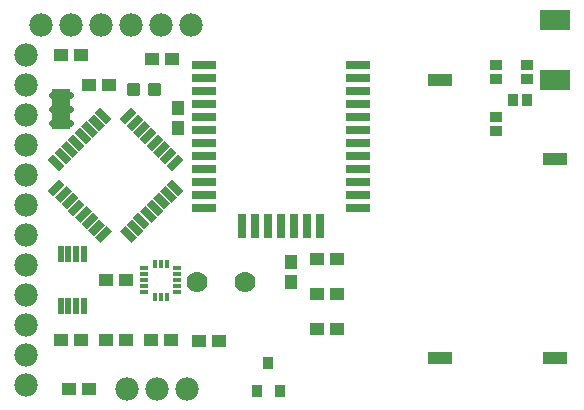
<source format=gts>
G75*
%MOIN*%
%OFA0B0*%
%FSLAX25Y25*%
%IPPOS*%
%LPD*%
%AMOC8*
5,1,8,0,0,1.08239X$1,22.5*
%
%ADD10R,0.04731X0.04337*%
%ADD11C,0.01301*%
%ADD12C,0.07800*%
%ADD13R,0.04337X0.04731*%
%ADD14R,0.05400X0.02600*%
%ADD15R,0.02600X0.05400*%
%ADD16R,0.03156X0.01502*%
%ADD17R,0.01502X0.03156*%
%ADD18C,0.02172*%
%ADD19R,0.06040X0.13760*%
%ADD20R,0.08274X0.03156*%
%ADD21R,0.03156X0.08274*%
%ADD22R,0.03746X0.03943*%
%ADD23R,0.03943X0.03746*%
%ADD24C,0.07000*%
%ADD25R,0.03550X0.04337*%
%ADD26R,0.08077X0.04337*%
%ADD27R,0.10243X0.06699*%
%ADD28R,0.02000X0.05800*%
D10*
X0024627Y0010158D03*
X0031320Y0010158D03*
X0028406Y0026300D03*
X0021714Y0026300D03*
X0036714Y0026300D03*
X0043406Y0026300D03*
X0051714Y0026300D03*
X0058406Y0026300D03*
X0067934Y0025906D03*
X0074627Y0025906D03*
X0107304Y0029843D03*
X0113997Y0029843D03*
X0113997Y0041654D03*
X0107304Y0041654D03*
X0107304Y0053465D03*
X0113997Y0053465D03*
X0043406Y0046300D03*
X0036714Y0046300D03*
X0037895Y0111300D03*
X0031202Y0111300D03*
X0028406Y0121300D03*
X0021714Y0121300D03*
X0052186Y0120001D03*
X0058879Y0120001D03*
D11*
X0051444Y0111401D02*
X0051444Y0108365D01*
X0051444Y0111401D02*
X0054480Y0111401D01*
X0054480Y0108365D01*
X0051444Y0108365D01*
X0051444Y0109665D02*
X0054480Y0109665D01*
X0054480Y0110965D02*
X0051444Y0110965D01*
X0044538Y0111401D02*
X0044538Y0108365D01*
X0044538Y0111401D02*
X0047574Y0111401D01*
X0047574Y0108365D01*
X0044538Y0108365D01*
X0044538Y0109665D02*
X0047574Y0109665D01*
X0047574Y0110965D02*
X0044538Y0110965D01*
D12*
X0010060Y0011300D03*
X0010060Y0021300D03*
X0010060Y0031300D03*
X0010060Y0041300D03*
X0010060Y0051300D03*
X0010060Y0061300D03*
X0010060Y0071300D03*
X0010060Y0081300D03*
X0010060Y0091300D03*
X0010060Y0101300D03*
X0010060Y0111300D03*
X0010060Y0121300D03*
X0015060Y0131300D03*
X0025060Y0131300D03*
X0035060Y0131300D03*
X0045060Y0131300D03*
X0055060Y0131300D03*
X0065060Y0131300D03*
X0063721Y0010158D03*
X0053721Y0010158D03*
X0043721Y0010158D03*
D13*
X0098446Y0045788D03*
X0098446Y0052481D03*
X0060690Y0096891D03*
X0060690Y0103583D03*
D14*
G36*
X0036894Y0098217D02*
X0033077Y0102034D01*
X0034916Y0103873D01*
X0038733Y0100056D01*
X0036894Y0098217D01*
G37*
G36*
X0034667Y0095990D02*
X0030850Y0099807D01*
X0032689Y0101646D01*
X0036506Y0097829D01*
X0034667Y0095990D01*
G37*
G36*
X0032440Y0093763D02*
X0028623Y0097580D01*
X0030462Y0099419D01*
X0034279Y0095602D01*
X0032440Y0093763D01*
G37*
G36*
X0030212Y0091536D02*
X0026395Y0095353D01*
X0028234Y0097192D01*
X0032051Y0093375D01*
X0030212Y0091536D01*
G37*
G36*
X0027985Y0089309D02*
X0024168Y0093126D01*
X0026007Y0094965D01*
X0029824Y0091148D01*
X0027985Y0089309D01*
G37*
G36*
X0025758Y0087081D02*
X0021941Y0090898D01*
X0023780Y0092737D01*
X0027597Y0088920D01*
X0025758Y0087081D01*
G37*
G36*
X0023531Y0084854D02*
X0019714Y0088671D01*
X0021553Y0090510D01*
X0025370Y0086693D01*
X0023531Y0084854D01*
G37*
G36*
X0021304Y0082627D02*
X0017487Y0086444D01*
X0019326Y0088283D01*
X0023143Y0084466D01*
X0021304Y0082627D01*
G37*
G36*
X0047431Y0060954D02*
X0043614Y0064771D01*
X0045453Y0066610D01*
X0049270Y0062793D01*
X0047431Y0060954D01*
G37*
G36*
X0045204Y0058727D02*
X0041387Y0062544D01*
X0043226Y0064383D01*
X0047043Y0060566D01*
X0045204Y0058727D01*
G37*
G36*
X0049658Y0063181D02*
X0045841Y0066998D01*
X0047680Y0068837D01*
X0051497Y0065020D01*
X0049658Y0063181D01*
G37*
G36*
X0051886Y0065408D02*
X0048069Y0069225D01*
X0049908Y0071064D01*
X0053725Y0067247D01*
X0051886Y0065408D01*
G37*
G36*
X0054113Y0067635D02*
X0050296Y0071452D01*
X0052135Y0073291D01*
X0055952Y0069474D01*
X0054113Y0067635D01*
G37*
G36*
X0056340Y0069863D02*
X0052523Y0073680D01*
X0054362Y0075519D01*
X0058179Y0071702D01*
X0056340Y0069863D01*
G37*
G36*
X0058567Y0072090D02*
X0054750Y0075907D01*
X0056589Y0077746D01*
X0060406Y0073929D01*
X0058567Y0072090D01*
G37*
G36*
X0060794Y0074317D02*
X0056977Y0078134D01*
X0058816Y0079973D01*
X0062633Y0076156D01*
X0060794Y0074317D01*
G37*
D15*
G36*
X0058816Y0082627D02*
X0056977Y0084466D01*
X0060794Y0088283D01*
X0062633Y0086444D01*
X0058816Y0082627D01*
G37*
G36*
X0056589Y0084854D02*
X0054750Y0086693D01*
X0058567Y0090510D01*
X0060406Y0088671D01*
X0056589Y0084854D01*
G37*
G36*
X0054362Y0087081D02*
X0052523Y0088920D01*
X0056340Y0092737D01*
X0058179Y0090898D01*
X0054362Y0087081D01*
G37*
G36*
X0052135Y0089309D02*
X0050296Y0091148D01*
X0054113Y0094965D01*
X0055952Y0093126D01*
X0052135Y0089309D01*
G37*
G36*
X0049908Y0091536D02*
X0048069Y0093375D01*
X0051886Y0097192D01*
X0053725Y0095353D01*
X0049908Y0091536D01*
G37*
G36*
X0047680Y0093763D02*
X0045841Y0095602D01*
X0049658Y0099419D01*
X0051497Y0097580D01*
X0047680Y0093763D01*
G37*
G36*
X0045453Y0095990D02*
X0043614Y0097829D01*
X0047431Y0101646D01*
X0049270Y0099807D01*
X0045453Y0095990D01*
G37*
G36*
X0043226Y0098217D02*
X0041387Y0100056D01*
X0045204Y0103873D01*
X0047043Y0102034D01*
X0043226Y0098217D01*
G37*
G36*
X0019326Y0074317D02*
X0017487Y0076156D01*
X0021304Y0079973D01*
X0023143Y0078134D01*
X0019326Y0074317D01*
G37*
G36*
X0021553Y0072090D02*
X0019714Y0073929D01*
X0023531Y0077746D01*
X0025370Y0075907D01*
X0021553Y0072090D01*
G37*
G36*
X0023780Y0069863D02*
X0021941Y0071702D01*
X0025758Y0075519D01*
X0027597Y0073680D01*
X0023780Y0069863D01*
G37*
G36*
X0026007Y0067635D02*
X0024168Y0069474D01*
X0027985Y0073291D01*
X0029824Y0071452D01*
X0026007Y0067635D01*
G37*
G36*
X0028234Y0065408D02*
X0026395Y0067247D01*
X0030212Y0071064D01*
X0032051Y0069225D01*
X0028234Y0065408D01*
G37*
G36*
X0030462Y0063181D02*
X0028623Y0065020D01*
X0032440Y0068837D01*
X0034279Y0066998D01*
X0030462Y0063181D01*
G37*
G36*
X0032689Y0060954D02*
X0030850Y0062793D01*
X0034667Y0066610D01*
X0036506Y0064771D01*
X0032689Y0060954D01*
G37*
G36*
X0034916Y0058727D02*
X0033077Y0060566D01*
X0036894Y0064383D01*
X0038733Y0062544D01*
X0034916Y0058727D01*
G37*
D16*
X0049548Y0050237D03*
X0049548Y0048269D03*
X0049548Y0046300D03*
X0049548Y0044331D03*
X0049548Y0042363D03*
X0060572Y0042363D03*
X0060572Y0044331D03*
X0060572Y0046300D03*
X0060572Y0048269D03*
X0060572Y0050237D03*
D17*
X0057028Y0051812D03*
X0055060Y0051812D03*
X0053091Y0051812D03*
X0053091Y0040788D03*
X0055060Y0040788D03*
X0057028Y0040788D03*
D18*
X0024696Y0098662D02*
X0018968Y0098662D01*
X0018968Y0103387D02*
X0024696Y0103387D01*
X0024696Y0108111D02*
X0018968Y0108111D01*
D19*
X0021842Y0103377D03*
D20*
X0069588Y0105040D03*
X0069588Y0100709D03*
X0069588Y0096379D03*
X0069588Y0092048D03*
X0069588Y0087717D03*
X0069588Y0083387D03*
X0069588Y0079056D03*
X0069588Y0074725D03*
X0069588Y0070394D03*
X0069588Y0109371D03*
X0069588Y0113702D03*
X0069588Y0118032D03*
X0120769Y0118032D03*
X0120769Y0113702D03*
X0120769Y0109371D03*
X0120769Y0105040D03*
X0120769Y0100709D03*
X0120769Y0096379D03*
X0120769Y0092048D03*
X0120769Y0087717D03*
X0120769Y0083387D03*
X0120769Y0079056D03*
X0120769Y0074725D03*
X0120769Y0070394D03*
D21*
X0108170Y0064489D03*
X0103840Y0064489D03*
X0099509Y0064489D03*
X0095178Y0064489D03*
X0090847Y0064489D03*
X0086517Y0064489D03*
X0082186Y0064489D03*
D22*
X0172540Y0106221D03*
X0177107Y0106221D03*
D23*
X0177186Y0113387D03*
X0177186Y0117954D03*
X0166950Y0117954D03*
X0166950Y0113387D03*
X0166950Y0100631D03*
X0166950Y0096064D03*
D24*
X0083091Y0045591D03*
X0067343Y0045591D03*
D25*
X0090966Y0018820D03*
X0094706Y0009371D03*
X0087225Y0009371D03*
D26*
X0148052Y0020394D03*
X0186635Y0020394D03*
X0186635Y0086536D03*
X0148052Y0112914D03*
D27*
X0186635Y0112914D03*
X0186635Y0132993D03*
D28*
X0029450Y0054979D03*
X0026891Y0054979D03*
X0024332Y0054979D03*
X0021773Y0054979D03*
X0021773Y0037779D03*
X0024332Y0037779D03*
X0026891Y0037779D03*
X0029450Y0037779D03*
M02*

</source>
